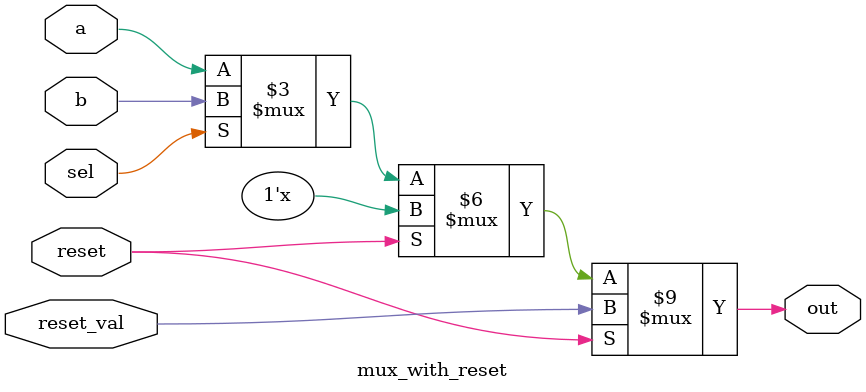
<source format=v>


module mux4to1(
    input wire [1:0] sel,  // 2-bit select input
    input wire in0,        // Input 0
    input wire in1,        // Input 1
    input wire in2,        // Input 2
    input wire in3,        // Input 3
    output reg out         // Output
);

always @* begin
    case (sel)
        2'b00: out = in0;
        2'b01: out = in1;
        2'b10: out = in2;
        2'b11: out = in3;
        default: out = in0; // Safe default
    endcase
end

endmodule







module led_blink_pattern(
    input wire clk,         // Clock input
    input wire rst,       // Active high reset
    output reg led          // LED output
);

// Define states using parameters
parameter BLINK_SHORT_ON = 0;
parameter BLINK_SHORT_OFF = 1;
parameter BLINK_LONG_ON = 2;
parameter BLINK_LONG_OFF = 3;

// Define time durations as parameters (adjust numbers based on your clock frequency)
localparam CLK_FREQ = 48_000_000;  // Clock frequency in Hz
localparam SHORT_BLINK = CLK_FREQ * 0.2;  // 200 ms blink
localparam LONG_BLINK = CLK_FREQ * 1.0;   // 1000 ms blink
localparam IDLE = 0;                      // Idle state for simplicity

// Current state variable
reg [1:0] current_state = BLINK_SHORT_OFF;

// Counter for timing blinks
reg [31:0] counter = 0;

// State machine logic
always @(posedge clk) begin
    if (rst) begin
        // Reset conditions
        led <= 1;
        counter <= 0;
        current_state <= BLINK_SHORT_OFF;
    end else begin
        case (current_state)
            BLINK_SHORT_OFF: begin
                led <= 1;
                if (counter < SHORT_BLINK) counter <= counter + 1;
                else begin
                    counter <= 0;
                    current_state <= BLINK_LONG_ON;
                end
            end
            BLINK_LONG_ON: begin
                led <= 0;
                if (counter < LONG_BLINK) counter <= counter + 1;
                else begin
                    counter <= 0;
                    current_state <= BLINK_LONG_OFF;
                end
            end
            BLINK_LONG_OFF: begin
                led <= 1;
                if (counter < SHORT_BLINK) counter <= counter + 1;
                else begin
                    counter <= 0;
                    current_state <= BLINK_SHORT_ON;
                end
            end
            BLINK_SHORT_ON: begin
                led <= 0;
                if (counter < SHORT_BLINK) counter <= counter + 1;
                else begin
                    counter <= 0;
                    current_state <= BLINK_SHORT_OFF;
                end
            end
            default: begin
                current_state <= BLINK_SHORT_OFF;
            end
        endcase
    end
end

endmodule


module mux2to1 (
    input wire a,
    input wire b,
    input wire sel,
    output wire out
);

    assign out = sel ? b : a;

endmodule

module mux_with_reset (
    input wire a,       // Input a
    input wire b,       // Input b
    input wire sel,     // Select input
    input wire reset,   // Reset signal
	input wire reset_val, 
    output reg out      // Output
);

    always @(*) begin
        if (reset) begin
            out = reset_val;  // Force output when reset is asserted
        end else begin
            if (sel) begin
                out = b;  // Select b if sel is 1
            end else begin
                out = a;  // Select a if sel is 0
            end
        end
    end

endmodule

	


</source>
